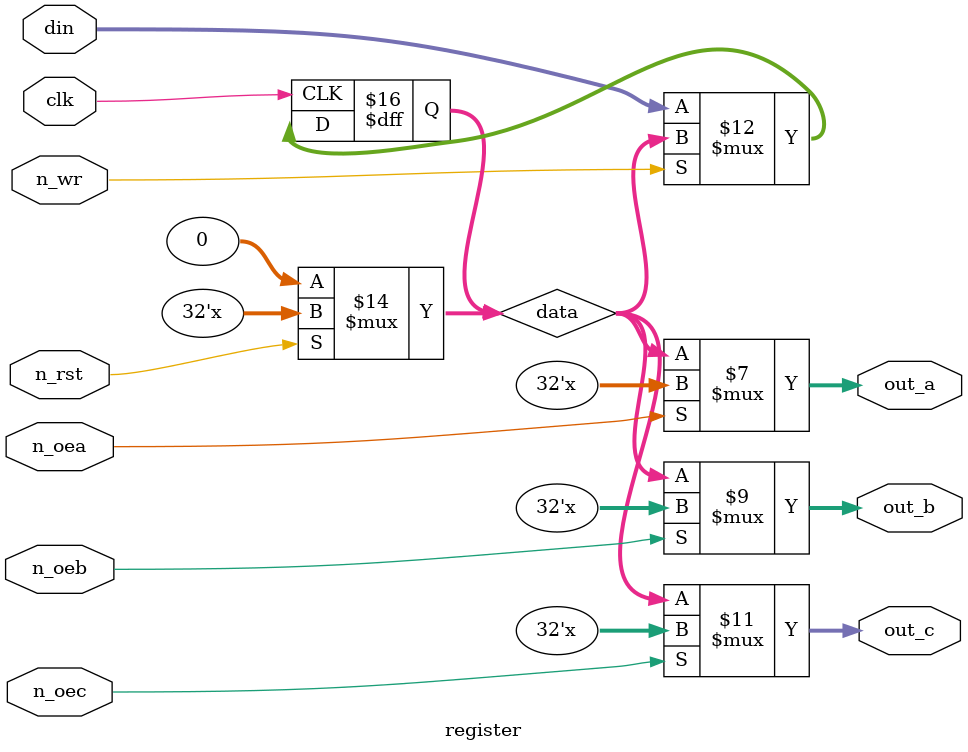
<source format=v>

module register #(parameter WIDTH = 32) (
    input wire [WIDTH-1:0] din,
    input wire             clk, n_rst, n_wr, n_oea, n_oeb, n_oec,
    output reg [WIDTH-1:0] out_a, out_b, out_c
);

    reg [WIDTH-1:0] data;

    // Asynchronous reset. If asserted active LOW, reset the internal register state
    // to zero.
    always @(n_rst) begin
        if (n_rst == 1'b0)
            data <= {WIDTH{1'b0}};
    end

    // Clocked register load. If a positive clock edge occurs and the 'n_wr' signal is asserted
    // active LOW, load the register with the data presented on 'din'.
    always @(posedge clk) begin
        if (n_wr == 1'b0)
            data <= din;
    end

    // Output state control. If the respective output-enable signal (n_oeX) is asserted active LOW,
    // drive the contents of the data register onto the output bus. Otherwise, maintain the buses 
    // in a tri-state/high-Z condition.
    always @(data, n_oea, n_oeb, n_oec) begin
       out_a <= (n_oea == 1'b0) ? data : {WIDTH{1'bZ}}; 
       out_b <= (n_oeb == 1'b0) ? data : {WIDTH{1'bZ}}; 
       out_c <= (n_oec == 1'b0) ? data : {WIDTH{1'bZ}}; 
    end

endmodule
</source>
